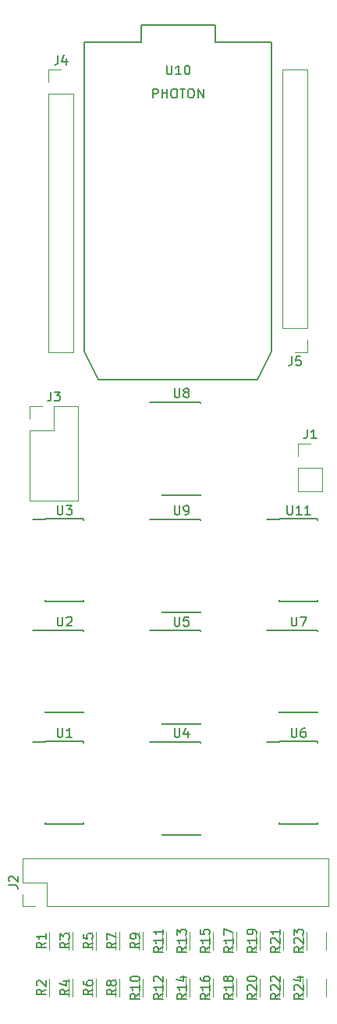
<source format=gto>
G04 #@! TF.FileFunction,Legend,Top*
%FSLAX46Y46*%
G04 Gerber Fmt 4.6, Leading zero omitted, Abs format (unit mm)*
G04 Created by KiCad (PCBNEW 4.0.7) date Mon Mar 26 00:48:08 2018*
%MOMM*%
%LPD*%
G01*
G04 APERTURE LIST*
%ADD10C,0.100000*%
%ADD11C,0.150000*%
%ADD12C,0.120000*%
G04 APERTURE END LIST*
D10*
D11*
X31224400Y-55605600D02*
X31224400Y-55630600D01*
X35374400Y-55605600D02*
X35374400Y-55710600D01*
X35374400Y-65755600D02*
X35374400Y-65650600D01*
X31224400Y-65755600D02*
X31224400Y-65650600D01*
X31224400Y-55605600D02*
X35374400Y-55605600D01*
X31224400Y-65755600D02*
X35374400Y-65755600D01*
X31224400Y-55630600D02*
X29849400Y-55630600D01*
X43924400Y-92425600D02*
X43924400Y-92450600D01*
X48074400Y-92425600D02*
X48074400Y-92540600D01*
X48074400Y-101325600D02*
X48074400Y-101210600D01*
X43924400Y-101325600D02*
X43924400Y-101210600D01*
X43924400Y-92425600D02*
X48074400Y-92425600D01*
X43924400Y-101325600D02*
X48074400Y-101325600D01*
X43924400Y-92450600D02*
X42549400Y-92450600D01*
D12*
X45939400Y-65312600D02*
X48599400Y-65312600D01*
X45939400Y-62712600D02*
X45939400Y-65312600D01*
X48599400Y-62712600D02*
X48599400Y-65312600D01*
X45939400Y-62712600D02*
X48599400Y-62712600D01*
X45939400Y-61442600D02*
X45939400Y-60112600D01*
X45939400Y-60112600D02*
X47269400Y-60112600D01*
X49234400Y-110270600D02*
X49234400Y-105070600D01*
X18694400Y-110270600D02*
X49234400Y-110270600D01*
X16094400Y-105070600D02*
X49234400Y-105070600D01*
X18694400Y-110270600D02*
X18694400Y-107670600D01*
X18694400Y-107670600D02*
X16094400Y-107670600D01*
X16094400Y-107670600D02*
X16094400Y-105070600D01*
X17424400Y-110270600D02*
X16094400Y-110270600D01*
X16094400Y-110270600D02*
X16094400Y-108940600D01*
X16856400Y-66328600D02*
X22056400Y-66328600D01*
X16856400Y-58648600D02*
X16856400Y-66328600D01*
X22056400Y-56048600D02*
X22056400Y-66328600D01*
X16856400Y-58648600D02*
X19456400Y-58648600D01*
X19456400Y-58648600D02*
X19456400Y-56048600D01*
X19456400Y-56048600D02*
X22056400Y-56048600D01*
X16856400Y-57378600D02*
X16856400Y-56048600D01*
X16856400Y-56048600D02*
X18186400Y-56048600D01*
X18888400Y-50199600D02*
X21548400Y-50199600D01*
X18888400Y-22199600D02*
X18888400Y-50199600D01*
X21548400Y-22199600D02*
X21548400Y-50199600D01*
X18888400Y-22199600D02*
X21548400Y-22199600D01*
X18888400Y-20929600D02*
X18888400Y-19599600D01*
X18888400Y-19599600D02*
X20218400Y-19599600D01*
X46948400Y-19599600D02*
X44288400Y-19599600D01*
X46948400Y-47599600D02*
X46948400Y-19599600D01*
X44288400Y-47599600D02*
X44288400Y-19599600D01*
X46948400Y-47599600D02*
X44288400Y-47599600D01*
X46948400Y-48869600D02*
X46948400Y-50199600D01*
X46948400Y-50199600D02*
X45618400Y-50199600D01*
X21034400Y-113020600D02*
X21034400Y-115020600D01*
X18894400Y-115020600D02*
X18894400Y-113020600D01*
X21034400Y-118100600D02*
X21034400Y-120100600D01*
X18894400Y-120100600D02*
X18894400Y-118100600D01*
X23574400Y-113020600D02*
X23574400Y-115020600D01*
X21434400Y-115020600D02*
X21434400Y-113020600D01*
X23574400Y-118100600D02*
X23574400Y-120100600D01*
X21434400Y-120100600D02*
X21434400Y-118100600D01*
X26114400Y-113020600D02*
X26114400Y-115020600D01*
X23974400Y-115020600D02*
X23974400Y-113020600D01*
X26114400Y-118100600D02*
X26114400Y-120100600D01*
X23974400Y-120100600D02*
X23974400Y-118100600D01*
X28654400Y-113020600D02*
X28654400Y-115020600D01*
X26514400Y-115020600D02*
X26514400Y-113020600D01*
X28654400Y-118100600D02*
X28654400Y-120100600D01*
X26514400Y-120100600D02*
X26514400Y-118100600D01*
X31194400Y-113020600D02*
X31194400Y-115020600D01*
X29054400Y-115020600D02*
X29054400Y-113020600D01*
X31194400Y-118100600D02*
X31194400Y-120100600D01*
X29054400Y-120100600D02*
X29054400Y-118100600D01*
X33734400Y-113020600D02*
X33734400Y-115020600D01*
X31594400Y-115020600D02*
X31594400Y-113020600D01*
X33734400Y-118100600D02*
X33734400Y-120100600D01*
X31594400Y-120100600D02*
X31594400Y-118100600D01*
X36274400Y-113020600D02*
X36274400Y-115020600D01*
X34134400Y-115020600D02*
X34134400Y-113020600D01*
X36274400Y-118100600D02*
X36274400Y-120100600D01*
X34134400Y-120100600D02*
X34134400Y-118100600D01*
X38814400Y-113020600D02*
X38814400Y-115020600D01*
X36674400Y-115020600D02*
X36674400Y-113020600D01*
X38814400Y-118100600D02*
X38814400Y-120100600D01*
X36674400Y-120100600D02*
X36674400Y-118100600D01*
X41354400Y-113020600D02*
X41354400Y-115020600D01*
X39214400Y-115020600D02*
X39214400Y-113020600D01*
X41354400Y-118100600D02*
X41354400Y-120100600D01*
X39214400Y-120100600D02*
X39214400Y-118100600D01*
X43894400Y-113020600D02*
X43894400Y-115020600D01*
X41754400Y-115020600D02*
X41754400Y-113020600D01*
X43894400Y-118100600D02*
X43894400Y-120100600D01*
X41754400Y-120100600D02*
X41754400Y-118100600D01*
X46434400Y-113020600D02*
X46434400Y-115020600D01*
X44294400Y-115020600D02*
X44294400Y-113020600D01*
X46434400Y-118100600D02*
X46434400Y-120100600D01*
X44294400Y-120100600D02*
X44294400Y-118100600D01*
X48974400Y-113020600D02*
X48974400Y-115020600D01*
X46834400Y-115020600D02*
X46834400Y-113020600D01*
X48974400Y-118100600D02*
X48974400Y-120100600D01*
X46834400Y-120100600D02*
X46834400Y-118100600D01*
D11*
X18524400Y-92425600D02*
X18524400Y-92450600D01*
X22674400Y-92425600D02*
X22674400Y-92540600D01*
X22674400Y-101325600D02*
X22674400Y-101210600D01*
X18524400Y-101325600D02*
X18524400Y-101210600D01*
X18524400Y-92425600D02*
X22674400Y-92425600D01*
X18524400Y-101325600D02*
X22674400Y-101325600D01*
X18524400Y-92450600D02*
X17149400Y-92450600D01*
X18524400Y-80360600D02*
X18524400Y-80385600D01*
X22674400Y-80360600D02*
X22674400Y-80475600D01*
X22674400Y-89260600D02*
X22674400Y-89145600D01*
X18524400Y-89260600D02*
X18524400Y-89145600D01*
X18524400Y-80360600D02*
X22674400Y-80360600D01*
X18524400Y-89260600D02*
X22674400Y-89260600D01*
X18524400Y-80385600D02*
X17149400Y-80385600D01*
X18524400Y-68295600D02*
X18524400Y-68320600D01*
X22674400Y-68295600D02*
X22674400Y-68410600D01*
X22674400Y-77195600D02*
X22674400Y-77080600D01*
X18524400Y-77195600D02*
X18524400Y-77080600D01*
X18524400Y-68295600D02*
X22674400Y-68295600D01*
X18524400Y-77195600D02*
X22674400Y-77195600D01*
X18524400Y-68320600D02*
X17149400Y-68320600D01*
X31224400Y-92435600D02*
X31224400Y-92460600D01*
X35374400Y-92435600D02*
X35374400Y-92540600D01*
X35374400Y-102585600D02*
X35374400Y-102480600D01*
X31224400Y-102585600D02*
X31224400Y-102480600D01*
X31224400Y-92435600D02*
X35374400Y-92435600D01*
X31224400Y-102585600D02*
X35374400Y-102585600D01*
X31224400Y-92460600D02*
X29849400Y-92460600D01*
X31224400Y-80370600D02*
X31224400Y-80395600D01*
X35374400Y-80370600D02*
X35374400Y-80475600D01*
X35374400Y-90520600D02*
X35374400Y-90415600D01*
X31224400Y-90520600D02*
X31224400Y-90415600D01*
X31224400Y-80370600D02*
X35374400Y-80370600D01*
X31224400Y-90520600D02*
X35374400Y-90520600D01*
X31224400Y-80395600D02*
X29849400Y-80395600D01*
X43924400Y-80360600D02*
X43924400Y-80385600D01*
X48074400Y-80360600D02*
X48074400Y-80475600D01*
X48074400Y-89260600D02*
X48074400Y-89145600D01*
X43924400Y-89260600D02*
X43924400Y-89145600D01*
X43924400Y-80360600D02*
X48074400Y-80360600D01*
X43924400Y-89260600D02*
X48074400Y-89260600D01*
X43924400Y-80385600D02*
X42549400Y-80385600D01*
X31224400Y-68305600D02*
X31224400Y-68330600D01*
X35374400Y-68305600D02*
X35374400Y-68410600D01*
X35374400Y-78455600D02*
X35374400Y-78350600D01*
X31224400Y-78455600D02*
X31224400Y-78350600D01*
X31224400Y-68305600D02*
X35374400Y-68305600D01*
X31224400Y-78455600D02*
X35374400Y-78455600D01*
X31224400Y-68330600D02*
X29849400Y-68330600D01*
X43078400Y-50139600D02*
X41554400Y-53187600D01*
X22758400Y-50139600D02*
X24282400Y-53187600D01*
X24282400Y-53187600D02*
X41554400Y-53187600D01*
X43078400Y-16611600D02*
X43078400Y-50139600D01*
X22758400Y-16611600D02*
X22758400Y-50139600D01*
X36931600Y-16611600D02*
X43078400Y-16611600D01*
X28905200Y-16611600D02*
X22758400Y-16611600D01*
X28905200Y-14706600D02*
X28905200Y-16611600D01*
X36931600Y-14706600D02*
X36931600Y-16611600D01*
X28905200Y-14706600D02*
X36931600Y-14706600D01*
X43924400Y-68295600D02*
X43924400Y-68320600D01*
X48074400Y-68295600D02*
X48074400Y-68410600D01*
X48074400Y-77195600D02*
X48074400Y-77080600D01*
X43924400Y-77195600D02*
X43924400Y-77080600D01*
X43924400Y-68295600D02*
X48074400Y-68295600D01*
X43924400Y-77195600D02*
X48074400Y-77195600D01*
X43924400Y-68320600D02*
X42549400Y-68320600D01*
X32537495Y-54132981D02*
X32537495Y-54942505D01*
X32585114Y-55037743D01*
X32632733Y-55085362D01*
X32727971Y-55132981D01*
X32918448Y-55132981D01*
X33013686Y-55085362D01*
X33061305Y-55037743D01*
X33108924Y-54942505D01*
X33108924Y-54132981D01*
X33727971Y-54561552D02*
X33632733Y-54513933D01*
X33585114Y-54466314D01*
X33537495Y-54371076D01*
X33537495Y-54323457D01*
X33585114Y-54228219D01*
X33632733Y-54180600D01*
X33727971Y-54132981D01*
X33918448Y-54132981D01*
X34013686Y-54180600D01*
X34061305Y-54228219D01*
X34108924Y-54323457D01*
X34108924Y-54371076D01*
X34061305Y-54466314D01*
X34013686Y-54513933D01*
X33918448Y-54561552D01*
X33727971Y-54561552D01*
X33632733Y-54609171D01*
X33585114Y-54656790D01*
X33537495Y-54752029D01*
X33537495Y-54942505D01*
X33585114Y-55037743D01*
X33632733Y-55085362D01*
X33727971Y-55132981D01*
X33918448Y-55132981D01*
X34013686Y-55085362D01*
X34061305Y-55037743D01*
X34108924Y-54942505D01*
X34108924Y-54752029D01*
X34061305Y-54656790D01*
X34013686Y-54609171D01*
X33918448Y-54561552D01*
X45237495Y-90952981D02*
X45237495Y-91762505D01*
X45285114Y-91857743D01*
X45332733Y-91905362D01*
X45427971Y-91952981D01*
X45618448Y-91952981D01*
X45713686Y-91905362D01*
X45761305Y-91857743D01*
X45808924Y-91762505D01*
X45808924Y-90952981D01*
X46713686Y-90952981D02*
X46523209Y-90952981D01*
X46427971Y-91000600D01*
X46380352Y-91048219D01*
X46285114Y-91191076D01*
X46237495Y-91381552D01*
X46237495Y-91762505D01*
X46285114Y-91857743D01*
X46332733Y-91905362D01*
X46427971Y-91952981D01*
X46618448Y-91952981D01*
X46713686Y-91905362D01*
X46761305Y-91857743D01*
X46808924Y-91762505D01*
X46808924Y-91524410D01*
X46761305Y-91429171D01*
X46713686Y-91381552D01*
X46618448Y-91333933D01*
X46427971Y-91333933D01*
X46332733Y-91381552D01*
X46285114Y-91429171D01*
X46237495Y-91524410D01*
X46936067Y-58564981D02*
X46936067Y-59279267D01*
X46888447Y-59422124D01*
X46793209Y-59517362D01*
X46650352Y-59564981D01*
X46555114Y-59564981D01*
X47936067Y-59564981D02*
X47364638Y-59564981D01*
X47650352Y-59564981D02*
X47650352Y-58564981D01*
X47555114Y-58707838D01*
X47459876Y-58803076D01*
X47364638Y-58850695D01*
X14546781Y-108003933D02*
X15261067Y-108003933D01*
X15403924Y-108051553D01*
X15499162Y-108146791D01*
X15546781Y-108289648D01*
X15546781Y-108384886D01*
X14642019Y-107575362D02*
X14594400Y-107527743D01*
X14546781Y-107432505D01*
X14546781Y-107194409D01*
X14594400Y-107099171D01*
X14642019Y-107051552D01*
X14737257Y-107003933D01*
X14832495Y-107003933D01*
X14975352Y-107051552D01*
X15546781Y-107622981D01*
X15546781Y-107003933D01*
X19123067Y-54500981D02*
X19123067Y-55215267D01*
X19075447Y-55358124D01*
X18980209Y-55453362D01*
X18837352Y-55500981D01*
X18742114Y-55500981D01*
X19504019Y-54500981D02*
X20123067Y-54500981D01*
X19789733Y-54881933D01*
X19932591Y-54881933D01*
X20027829Y-54929552D01*
X20075448Y-54977171D01*
X20123067Y-55072410D01*
X20123067Y-55310505D01*
X20075448Y-55405743D01*
X20027829Y-55453362D01*
X19932591Y-55500981D01*
X19646876Y-55500981D01*
X19551638Y-55453362D01*
X19504019Y-55405743D01*
X19885067Y-18051981D02*
X19885067Y-18766267D01*
X19837447Y-18909124D01*
X19742209Y-19004362D01*
X19599352Y-19051981D01*
X19504114Y-19051981D01*
X20789829Y-18385314D02*
X20789829Y-19051981D01*
X20551733Y-18004362D02*
X20313638Y-18718648D01*
X20932686Y-18718648D01*
X45285067Y-50651981D02*
X45285067Y-51366267D01*
X45237447Y-51509124D01*
X45142209Y-51604362D01*
X44999352Y-51651981D01*
X44904114Y-51651981D01*
X46237448Y-50651981D02*
X45761257Y-50651981D01*
X45713638Y-51128171D01*
X45761257Y-51080552D01*
X45856495Y-51032933D01*
X46094591Y-51032933D01*
X46189829Y-51080552D01*
X46237448Y-51128171D01*
X46285067Y-51223410D01*
X46285067Y-51461505D01*
X46237448Y-51556743D01*
X46189829Y-51604362D01*
X46094591Y-51651981D01*
X45856495Y-51651981D01*
X45761257Y-51604362D01*
X45713638Y-51556743D01*
X18566781Y-114187266D02*
X18090590Y-114520600D01*
X18566781Y-114758695D02*
X17566781Y-114758695D01*
X17566781Y-114377742D01*
X17614400Y-114282504D01*
X17662019Y-114234885D01*
X17757257Y-114187266D01*
X17900114Y-114187266D01*
X17995352Y-114234885D01*
X18042971Y-114282504D01*
X18090590Y-114377742D01*
X18090590Y-114758695D01*
X18566781Y-113234885D02*
X18566781Y-113806314D01*
X18566781Y-113520600D02*
X17566781Y-113520600D01*
X17709638Y-113615838D01*
X17804876Y-113711076D01*
X17852495Y-113806314D01*
X18566781Y-119267266D02*
X18090590Y-119600600D01*
X18566781Y-119838695D02*
X17566781Y-119838695D01*
X17566781Y-119457742D01*
X17614400Y-119362504D01*
X17662019Y-119314885D01*
X17757257Y-119267266D01*
X17900114Y-119267266D01*
X17995352Y-119314885D01*
X18042971Y-119362504D01*
X18090590Y-119457742D01*
X18090590Y-119838695D01*
X17662019Y-118886314D02*
X17614400Y-118838695D01*
X17566781Y-118743457D01*
X17566781Y-118505361D01*
X17614400Y-118410123D01*
X17662019Y-118362504D01*
X17757257Y-118314885D01*
X17852495Y-118314885D01*
X17995352Y-118362504D01*
X18566781Y-118933933D01*
X18566781Y-118314885D01*
X21106781Y-114187266D02*
X20630590Y-114520600D01*
X21106781Y-114758695D02*
X20106781Y-114758695D01*
X20106781Y-114377742D01*
X20154400Y-114282504D01*
X20202019Y-114234885D01*
X20297257Y-114187266D01*
X20440114Y-114187266D01*
X20535352Y-114234885D01*
X20582971Y-114282504D01*
X20630590Y-114377742D01*
X20630590Y-114758695D01*
X20106781Y-113853933D02*
X20106781Y-113234885D01*
X20487733Y-113568219D01*
X20487733Y-113425361D01*
X20535352Y-113330123D01*
X20582971Y-113282504D01*
X20678210Y-113234885D01*
X20916305Y-113234885D01*
X21011543Y-113282504D01*
X21059162Y-113330123D01*
X21106781Y-113425361D01*
X21106781Y-113711076D01*
X21059162Y-113806314D01*
X21011543Y-113853933D01*
X21106781Y-119267266D02*
X20630590Y-119600600D01*
X21106781Y-119838695D02*
X20106781Y-119838695D01*
X20106781Y-119457742D01*
X20154400Y-119362504D01*
X20202019Y-119314885D01*
X20297257Y-119267266D01*
X20440114Y-119267266D01*
X20535352Y-119314885D01*
X20582971Y-119362504D01*
X20630590Y-119457742D01*
X20630590Y-119838695D01*
X20440114Y-118410123D02*
X21106781Y-118410123D01*
X20059162Y-118648219D02*
X20773448Y-118886314D01*
X20773448Y-118267266D01*
X23646781Y-114187266D02*
X23170590Y-114520600D01*
X23646781Y-114758695D02*
X22646781Y-114758695D01*
X22646781Y-114377742D01*
X22694400Y-114282504D01*
X22742019Y-114234885D01*
X22837257Y-114187266D01*
X22980114Y-114187266D01*
X23075352Y-114234885D01*
X23122971Y-114282504D01*
X23170590Y-114377742D01*
X23170590Y-114758695D01*
X22646781Y-113282504D02*
X22646781Y-113758695D01*
X23122971Y-113806314D01*
X23075352Y-113758695D01*
X23027733Y-113663457D01*
X23027733Y-113425361D01*
X23075352Y-113330123D01*
X23122971Y-113282504D01*
X23218210Y-113234885D01*
X23456305Y-113234885D01*
X23551543Y-113282504D01*
X23599162Y-113330123D01*
X23646781Y-113425361D01*
X23646781Y-113663457D01*
X23599162Y-113758695D01*
X23551543Y-113806314D01*
X23646781Y-119267266D02*
X23170590Y-119600600D01*
X23646781Y-119838695D02*
X22646781Y-119838695D01*
X22646781Y-119457742D01*
X22694400Y-119362504D01*
X22742019Y-119314885D01*
X22837257Y-119267266D01*
X22980114Y-119267266D01*
X23075352Y-119314885D01*
X23122971Y-119362504D01*
X23170590Y-119457742D01*
X23170590Y-119838695D01*
X22646781Y-118410123D02*
X22646781Y-118600600D01*
X22694400Y-118695838D01*
X22742019Y-118743457D01*
X22884876Y-118838695D01*
X23075352Y-118886314D01*
X23456305Y-118886314D01*
X23551543Y-118838695D01*
X23599162Y-118791076D01*
X23646781Y-118695838D01*
X23646781Y-118505361D01*
X23599162Y-118410123D01*
X23551543Y-118362504D01*
X23456305Y-118314885D01*
X23218210Y-118314885D01*
X23122971Y-118362504D01*
X23075352Y-118410123D01*
X23027733Y-118505361D01*
X23027733Y-118695838D01*
X23075352Y-118791076D01*
X23122971Y-118838695D01*
X23218210Y-118886314D01*
X26186781Y-114187266D02*
X25710590Y-114520600D01*
X26186781Y-114758695D02*
X25186781Y-114758695D01*
X25186781Y-114377742D01*
X25234400Y-114282504D01*
X25282019Y-114234885D01*
X25377257Y-114187266D01*
X25520114Y-114187266D01*
X25615352Y-114234885D01*
X25662971Y-114282504D01*
X25710590Y-114377742D01*
X25710590Y-114758695D01*
X25186781Y-113853933D02*
X25186781Y-113187266D01*
X26186781Y-113615838D01*
X26186781Y-119267266D02*
X25710590Y-119600600D01*
X26186781Y-119838695D02*
X25186781Y-119838695D01*
X25186781Y-119457742D01*
X25234400Y-119362504D01*
X25282019Y-119314885D01*
X25377257Y-119267266D01*
X25520114Y-119267266D01*
X25615352Y-119314885D01*
X25662971Y-119362504D01*
X25710590Y-119457742D01*
X25710590Y-119838695D01*
X25615352Y-118695838D02*
X25567733Y-118791076D01*
X25520114Y-118838695D01*
X25424876Y-118886314D01*
X25377257Y-118886314D01*
X25282019Y-118838695D01*
X25234400Y-118791076D01*
X25186781Y-118695838D01*
X25186781Y-118505361D01*
X25234400Y-118410123D01*
X25282019Y-118362504D01*
X25377257Y-118314885D01*
X25424876Y-118314885D01*
X25520114Y-118362504D01*
X25567733Y-118410123D01*
X25615352Y-118505361D01*
X25615352Y-118695838D01*
X25662971Y-118791076D01*
X25710590Y-118838695D01*
X25805829Y-118886314D01*
X25996305Y-118886314D01*
X26091543Y-118838695D01*
X26139162Y-118791076D01*
X26186781Y-118695838D01*
X26186781Y-118505361D01*
X26139162Y-118410123D01*
X26091543Y-118362504D01*
X25996305Y-118314885D01*
X25805829Y-118314885D01*
X25710590Y-118362504D01*
X25662971Y-118410123D01*
X25615352Y-118505361D01*
X28726781Y-114187266D02*
X28250590Y-114520600D01*
X28726781Y-114758695D02*
X27726781Y-114758695D01*
X27726781Y-114377742D01*
X27774400Y-114282504D01*
X27822019Y-114234885D01*
X27917257Y-114187266D01*
X28060114Y-114187266D01*
X28155352Y-114234885D01*
X28202971Y-114282504D01*
X28250590Y-114377742D01*
X28250590Y-114758695D01*
X28726781Y-113711076D02*
X28726781Y-113520600D01*
X28679162Y-113425361D01*
X28631543Y-113377742D01*
X28488686Y-113282504D01*
X28298210Y-113234885D01*
X27917257Y-113234885D01*
X27822019Y-113282504D01*
X27774400Y-113330123D01*
X27726781Y-113425361D01*
X27726781Y-113615838D01*
X27774400Y-113711076D01*
X27822019Y-113758695D01*
X27917257Y-113806314D01*
X28155352Y-113806314D01*
X28250590Y-113758695D01*
X28298210Y-113711076D01*
X28345829Y-113615838D01*
X28345829Y-113425361D01*
X28298210Y-113330123D01*
X28250590Y-113282504D01*
X28155352Y-113234885D01*
X28726781Y-119743457D02*
X28250590Y-120076791D01*
X28726781Y-120314886D02*
X27726781Y-120314886D01*
X27726781Y-119933933D01*
X27774400Y-119838695D01*
X27822019Y-119791076D01*
X27917257Y-119743457D01*
X28060114Y-119743457D01*
X28155352Y-119791076D01*
X28202971Y-119838695D01*
X28250590Y-119933933D01*
X28250590Y-120314886D01*
X28726781Y-118791076D02*
X28726781Y-119362505D01*
X28726781Y-119076791D02*
X27726781Y-119076791D01*
X27869638Y-119172029D01*
X27964876Y-119267267D01*
X28012495Y-119362505D01*
X27726781Y-118172029D02*
X27726781Y-118076790D01*
X27774400Y-117981552D01*
X27822019Y-117933933D01*
X27917257Y-117886314D01*
X28107733Y-117838695D01*
X28345829Y-117838695D01*
X28536305Y-117886314D01*
X28631543Y-117933933D01*
X28679162Y-117981552D01*
X28726781Y-118076790D01*
X28726781Y-118172029D01*
X28679162Y-118267267D01*
X28631543Y-118314886D01*
X28536305Y-118362505D01*
X28345829Y-118410124D01*
X28107733Y-118410124D01*
X27917257Y-118362505D01*
X27822019Y-118314886D01*
X27774400Y-118267267D01*
X27726781Y-118172029D01*
X31266781Y-114663457D02*
X30790590Y-114996791D01*
X31266781Y-115234886D02*
X30266781Y-115234886D01*
X30266781Y-114853933D01*
X30314400Y-114758695D01*
X30362019Y-114711076D01*
X30457257Y-114663457D01*
X30600114Y-114663457D01*
X30695352Y-114711076D01*
X30742971Y-114758695D01*
X30790590Y-114853933D01*
X30790590Y-115234886D01*
X31266781Y-113711076D02*
X31266781Y-114282505D01*
X31266781Y-113996791D02*
X30266781Y-113996791D01*
X30409638Y-114092029D01*
X30504876Y-114187267D01*
X30552495Y-114282505D01*
X31266781Y-112758695D02*
X31266781Y-113330124D01*
X31266781Y-113044410D02*
X30266781Y-113044410D01*
X30409638Y-113139648D01*
X30504876Y-113234886D01*
X30552495Y-113330124D01*
X31266781Y-119743457D02*
X30790590Y-120076791D01*
X31266781Y-120314886D02*
X30266781Y-120314886D01*
X30266781Y-119933933D01*
X30314400Y-119838695D01*
X30362019Y-119791076D01*
X30457257Y-119743457D01*
X30600114Y-119743457D01*
X30695352Y-119791076D01*
X30742971Y-119838695D01*
X30790590Y-119933933D01*
X30790590Y-120314886D01*
X31266781Y-118791076D02*
X31266781Y-119362505D01*
X31266781Y-119076791D02*
X30266781Y-119076791D01*
X30409638Y-119172029D01*
X30504876Y-119267267D01*
X30552495Y-119362505D01*
X30362019Y-118410124D02*
X30314400Y-118362505D01*
X30266781Y-118267267D01*
X30266781Y-118029171D01*
X30314400Y-117933933D01*
X30362019Y-117886314D01*
X30457257Y-117838695D01*
X30552495Y-117838695D01*
X30695352Y-117886314D01*
X31266781Y-118457743D01*
X31266781Y-117838695D01*
X33806781Y-114663457D02*
X33330590Y-114996791D01*
X33806781Y-115234886D02*
X32806781Y-115234886D01*
X32806781Y-114853933D01*
X32854400Y-114758695D01*
X32902019Y-114711076D01*
X32997257Y-114663457D01*
X33140114Y-114663457D01*
X33235352Y-114711076D01*
X33282971Y-114758695D01*
X33330590Y-114853933D01*
X33330590Y-115234886D01*
X33806781Y-113711076D02*
X33806781Y-114282505D01*
X33806781Y-113996791D02*
X32806781Y-113996791D01*
X32949638Y-114092029D01*
X33044876Y-114187267D01*
X33092495Y-114282505D01*
X32806781Y-113377743D02*
X32806781Y-112758695D01*
X33187733Y-113092029D01*
X33187733Y-112949171D01*
X33235352Y-112853933D01*
X33282971Y-112806314D01*
X33378210Y-112758695D01*
X33616305Y-112758695D01*
X33711543Y-112806314D01*
X33759162Y-112853933D01*
X33806781Y-112949171D01*
X33806781Y-113234886D01*
X33759162Y-113330124D01*
X33711543Y-113377743D01*
X33806781Y-119743457D02*
X33330590Y-120076791D01*
X33806781Y-120314886D02*
X32806781Y-120314886D01*
X32806781Y-119933933D01*
X32854400Y-119838695D01*
X32902019Y-119791076D01*
X32997257Y-119743457D01*
X33140114Y-119743457D01*
X33235352Y-119791076D01*
X33282971Y-119838695D01*
X33330590Y-119933933D01*
X33330590Y-120314886D01*
X33806781Y-118791076D02*
X33806781Y-119362505D01*
X33806781Y-119076791D02*
X32806781Y-119076791D01*
X32949638Y-119172029D01*
X33044876Y-119267267D01*
X33092495Y-119362505D01*
X33140114Y-117933933D02*
X33806781Y-117933933D01*
X32759162Y-118172029D02*
X33473448Y-118410124D01*
X33473448Y-117791076D01*
X36346781Y-114663457D02*
X35870590Y-114996791D01*
X36346781Y-115234886D02*
X35346781Y-115234886D01*
X35346781Y-114853933D01*
X35394400Y-114758695D01*
X35442019Y-114711076D01*
X35537257Y-114663457D01*
X35680114Y-114663457D01*
X35775352Y-114711076D01*
X35822971Y-114758695D01*
X35870590Y-114853933D01*
X35870590Y-115234886D01*
X36346781Y-113711076D02*
X36346781Y-114282505D01*
X36346781Y-113996791D02*
X35346781Y-113996791D01*
X35489638Y-114092029D01*
X35584876Y-114187267D01*
X35632495Y-114282505D01*
X35346781Y-112806314D02*
X35346781Y-113282505D01*
X35822971Y-113330124D01*
X35775352Y-113282505D01*
X35727733Y-113187267D01*
X35727733Y-112949171D01*
X35775352Y-112853933D01*
X35822971Y-112806314D01*
X35918210Y-112758695D01*
X36156305Y-112758695D01*
X36251543Y-112806314D01*
X36299162Y-112853933D01*
X36346781Y-112949171D01*
X36346781Y-113187267D01*
X36299162Y-113282505D01*
X36251543Y-113330124D01*
X36346781Y-119743457D02*
X35870590Y-120076791D01*
X36346781Y-120314886D02*
X35346781Y-120314886D01*
X35346781Y-119933933D01*
X35394400Y-119838695D01*
X35442019Y-119791076D01*
X35537257Y-119743457D01*
X35680114Y-119743457D01*
X35775352Y-119791076D01*
X35822971Y-119838695D01*
X35870590Y-119933933D01*
X35870590Y-120314886D01*
X36346781Y-118791076D02*
X36346781Y-119362505D01*
X36346781Y-119076791D02*
X35346781Y-119076791D01*
X35489638Y-119172029D01*
X35584876Y-119267267D01*
X35632495Y-119362505D01*
X35346781Y-117933933D02*
X35346781Y-118124410D01*
X35394400Y-118219648D01*
X35442019Y-118267267D01*
X35584876Y-118362505D01*
X35775352Y-118410124D01*
X36156305Y-118410124D01*
X36251543Y-118362505D01*
X36299162Y-118314886D01*
X36346781Y-118219648D01*
X36346781Y-118029171D01*
X36299162Y-117933933D01*
X36251543Y-117886314D01*
X36156305Y-117838695D01*
X35918210Y-117838695D01*
X35822971Y-117886314D01*
X35775352Y-117933933D01*
X35727733Y-118029171D01*
X35727733Y-118219648D01*
X35775352Y-118314886D01*
X35822971Y-118362505D01*
X35918210Y-118410124D01*
X38886781Y-114663457D02*
X38410590Y-114996791D01*
X38886781Y-115234886D02*
X37886781Y-115234886D01*
X37886781Y-114853933D01*
X37934400Y-114758695D01*
X37982019Y-114711076D01*
X38077257Y-114663457D01*
X38220114Y-114663457D01*
X38315352Y-114711076D01*
X38362971Y-114758695D01*
X38410590Y-114853933D01*
X38410590Y-115234886D01*
X38886781Y-113711076D02*
X38886781Y-114282505D01*
X38886781Y-113996791D02*
X37886781Y-113996791D01*
X38029638Y-114092029D01*
X38124876Y-114187267D01*
X38172495Y-114282505D01*
X37886781Y-113377743D02*
X37886781Y-112711076D01*
X38886781Y-113139648D01*
X38886781Y-119743457D02*
X38410590Y-120076791D01*
X38886781Y-120314886D02*
X37886781Y-120314886D01*
X37886781Y-119933933D01*
X37934400Y-119838695D01*
X37982019Y-119791076D01*
X38077257Y-119743457D01*
X38220114Y-119743457D01*
X38315352Y-119791076D01*
X38362971Y-119838695D01*
X38410590Y-119933933D01*
X38410590Y-120314886D01*
X38886781Y-118791076D02*
X38886781Y-119362505D01*
X38886781Y-119076791D02*
X37886781Y-119076791D01*
X38029638Y-119172029D01*
X38124876Y-119267267D01*
X38172495Y-119362505D01*
X38315352Y-118219648D02*
X38267733Y-118314886D01*
X38220114Y-118362505D01*
X38124876Y-118410124D01*
X38077257Y-118410124D01*
X37982019Y-118362505D01*
X37934400Y-118314886D01*
X37886781Y-118219648D01*
X37886781Y-118029171D01*
X37934400Y-117933933D01*
X37982019Y-117886314D01*
X38077257Y-117838695D01*
X38124876Y-117838695D01*
X38220114Y-117886314D01*
X38267733Y-117933933D01*
X38315352Y-118029171D01*
X38315352Y-118219648D01*
X38362971Y-118314886D01*
X38410590Y-118362505D01*
X38505829Y-118410124D01*
X38696305Y-118410124D01*
X38791543Y-118362505D01*
X38839162Y-118314886D01*
X38886781Y-118219648D01*
X38886781Y-118029171D01*
X38839162Y-117933933D01*
X38791543Y-117886314D01*
X38696305Y-117838695D01*
X38505829Y-117838695D01*
X38410590Y-117886314D01*
X38362971Y-117933933D01*
X38315352Y-118029171D01*
X41426781Y-114663457D02*
X40950590Y-114996791D01*
X41426781Y-115234886D02*
X40426781Y-115234886D01*
X40426781Y-114853933D01*
X40474400Y-114758695D01*
X40522019Y-114711076D01*
X40617257Y-114663457D01*
X40760114Y-114663457D01*
X40855352Y-114711076D01*
X40902971Y-114758695D01*
X40950590Y-114853933D01*
X40950590Y-115234886D01*
X41426781Y-113711076D02*
X41426781Y-114282505D01*
X41426781Y-113996791D02*
X40426781Y-113996791D01*
X40569638Y-114092029D01*
X40664876Y-114187267D01*
X40712495Y-114282505D01*
X41426781Y-113234886D02*
X41426781Y-113044410D01*
X41379162Y-112949171D01*
X41331543Y-112901552D01*
X41188686Y-112806314D01*
X40998210Y-112758695D01*
X40617257Y-112758695D01*
X40522019Y-112806314D01*
X40474400Y-112853933D01*
X40426781Y-112949171D01*
X40426781Y-113139648D01*
X40474400Y-113234886D01*
X40522019Y-113282505D01*
X40617257Y-113330124D01*
X40855352Y-113330124D01*
X40950590Y-113282505D01*
X40998210Y-113234886D01*
X41045829Y-113139648D01*
X41045829Y-112949171D01*
X40998210Y-112853933D01*
X40950590Y-112806314D01*
X40855352Y-112758695D01*
X41426781Y-119743457D02*
X40950590Y-120076791D01*
X41426781Y-120314886D02*
X40426781Y-120314886D01*
X40426781Y-119933933D01*
X40474400Y-119838695D01*
X40522019Y-119791076D01*
X40617257Y-119743457D01*
X40760114Y-119743457D01*
X40855352Y-119791076D01*
X40902971Y-119838695D01*
X40950590Y-119933933D01*
X40950590Y-120314886D01*
X40522019Y-119362505D02*
X40474400Y-119314886D01*
X40426781Y-119219648D01*
X40426781Y-118981552D01*
X40474400Y-118886314D01*
X40522019Y-118838695D01*
X40617257Y-118791076D01*
X40712495Y-118791076D01*
X40855352Y-118838695D01*
X41426781Y-119410124D01*
X41426781Y-118791076D01*
X40426781Y-118172029D02*
X40426781Y-118076790D01*
X40474400Y-117981552D01*
X40522019Y-117933933D01*
X40617257Y-117886314D01*
X40807733Y-117838695D01*
X41045829Y-117838695D01*
X41236305Y-117886314D01*
X41331543Y-117933933D01*
X41379162Y-117981552D01*
X41426781Y-118076790D01*
X41426781Y-118172029D01*
X41379162Y-118267267D01*
X41331543Y-118314886D01*
X41236305Y-118362505D01*
X41045829Y-118410124D01*
X40807733Y-118410124D01*
X40617257Y-118362505D01*
X40522019Y-118314886D01*
X40474400Y-118267267D01*
X40426781Y-118172029D01*
X43966781Y-114663457D02*
X43490590Y-114996791D01*
X43966781Y-115234886D02*
X42966781Y-115234886D01*
X42966781Y-114853933D01*
X43014400Y-114758695D01*
X43062019Y-114711076D01*
X43157257Y-114663457D01*
X43300114Y-114663457D01*
X43395352Y-114711076D01*
X43442971Y-114758695D01*
X43490590Y-114853933D01*
X43490590Y-115234886D01*
X43062019Y-114282505D02*
X43014400Y-114234886D01*
X42966781Y-114139648D01*
X42966781Y-113901552D01*
X43014400Y-113806314D01*
X43062019Y-113758695D01*
X43157257Y-113711076D01*
X43252495Y-113711076D01*
X43395352Y-113758695D01*
X43966781Y-114330124D01*
X43966781Y-113711076D01*
X43966781Y-112758695D02*
X43966781Y-113330124D01*
X43966781Y-113044410D02*
X42966781Y-113044410D01*
X43109638Y-113139648D01*
X43204876Y-113234886D01*
X43252495Y-113330124D01*
X43966781Y-119743457D02*
X43490590Y-120076791D01*
X43966781Y-120314886D02*
X42966781Y-120314886D01*
X42966781Y-119933933D01*
X43014400Y-119838695D01*
X43062019Y-119791076D01*
X43157257Y-119743457D01*
X43300114Y-119743457D01*
X43395352Y-119791076D01*
X43442971Y-119838695D01*
X43490590Y-119933933D01*
X43490590Y-120314886D01*
X43062019Y-119362505D02*
X43014400Y-119314886D01*
X42966781Y-119219648D01*
X42966781Y-118981552D01*
X43014400Y-118886314D01*
X43062019Y-118838695D01*
X43157257Y-118791076D01*
X43252495Y-118791076D01*
X43395352Y-118838695D01*
X43966781Y-119410124D01*
X43966781Y-118791076D01*
X43062019Y-118410124D02*
X43014400Y-118362505D01*
X42966781Y-118267267D01*
X42966781Y-118029171D01*
X43014400Y-117933933D01*
X43062019Y-117886314D01*
X43157257Y-117838695D01*
X43252495Y-117838695D01*
X43395352Y-117886314D01*
X43966781Y-118457743D01*
X43966781Y-117838695D01*
X46506781Y-114663457D02*
X46030590Y-114996791D01*
X46506781Y-115234886D02*
X45506781Y-115234886D01*
X45506781Y-114853933D01*
X45554400Y-114758695D01*
X45602019Y-114711076D01*
X45697257Y-114663457D01*
X45840114Y-114663457D01*
X45935352Y-114711076D01*
X45982971Y-114758695D01*
X46030590Y-114853933D01*
X46030590Y-115234886D01*
X45602019Y-114282505D02*
X45554400Y-114234886D01*
X45506781Y-114139648D01*
X45506781Y-113901552D01*
X45554400Y-113806314D01*
X45602019Y-113758695D01*
X45697257Y-113711076D01*
X45792495Y-113711076D01*
X45935352Y-113758695D01*
X46506781Y-114330124D01*
X46506781Y-113711076D01*
X45506781Y-113377743D02*
X45506781Y-112758695D01*
X45887733Y-113092029D01*
X45887733Y-112949171D01*
X45935352Y-112853933D01*
X45982971Y-112806314D01*
X46078210Y-112758695D01*
X46316305Y-112758695D01*
X46411543Y-112806314D01*
X46459162Y-112853933D01*
X46506781Y-112949171D01*
X46506781Y-113234886D01*
X46459162Y-113330124D01*
X46411543Y-113377743D01*
X46506781Y-119743457D02*
X46030590Y-120076791D01*
X46506781Y-120314886D02*
X45506781Y-120314886D01*
X45506781Y-119933933D01*
X45554400Y-119838695D01*
X45602019Y-119791076D01*
X45697257Y-119743457D01*
X45840114Y-119743457D01*
X45935352Y-119791076D01*
X45982971Y-119838695D01*
X46030590Y-119933933D01*
X46030590Y-120314886D01*
X45602019Y-119362505D02*
X45554400Y-119314886D01*
X45506781Y-119219648D01*
X45506781Y-118981552D01*
X45554400Y-118886314D01*
X45602019Y-118838695D01*
X45697257Y-118791076D01*
X45792495Y-118791076D01*
X45935352Y-118838695D01*
X46506781Y-119410124D01*
X46506781Y-118791076D01*
X45840114Y-117933933D02*
X46506781Y-117933933D01*
X45459162Y-118172029D02*
X46173448Y-118410124D01*
X46173448Y-117791076D01*
X19837495Y-90952981D02*
X19837495Y-91762505D01*
X19885114Y-91857743D01*
X19932733Y-91905362D01*
X20027971Y-91952981D01*
X20218448Y-91952981D01*
X20313686Y-91905362D01*
X20361305Y-91857743D01*
X20408924Y-91762505D01*
X20408924Y-90952981D01*
X21408924Y-91952981D02*
X20837495Y-91952981D01*
X21123209Y-91952981D02*
X21123209Y-90952981D01*
X21027971Y-91095838D01*
X20932733Y-91191076D01*
X20837495Y-91238695D01*
X19837495Y-78887981D02*
X19837495Y-79697505D01*
X19885114Y-79792743D01*
X19932733Y-79840362D01*
X20027971Y-79887981D01*
X20218448Y-79887981D01*
X20313686Y-79840362D01*
X20361305Y-79792743D01*
X20408924Y-79697505D01*
X20408924Y-78887981D01*
X20837495Y-78983219D02*
X20885114Y-78935600D01*
X20980352Y-78887981D01*
X21218448Y-78887981D01*
X21313686Y-78935600D01*
X21361305Y-78983219D01*
X21408924Y-79078457D01*
X21408924Y-79173695D01*
X21361305Y-79316552D01*
X20789876Y-79887981D01*
X21408924Y-79887981D01*
X19837495Y-66822981D02*
X19837495Y-67632505D01*
X19885114Y-67727743D01*
X19932733Y-67775362D01*
X20027971Y-67822981D01*
X20218448Y-67822981D01*
X20313686Y-67775362D01*
X20361305Y-67727743D01*
X20408924Y-67632505D01*
X20408924Y-66822981D01*
X20789876Y-66822981D02*
X21408924Y-66822981D01*
X21075590Y-67203933D01*
X21218448Y-67203933D01*
X21313686Y-67251552D01*
X21361305Y-67299171D01*
X21408924Y-67394410D01*
X21408924Y-67632505D01*
X21361305Y-67727743D01*
X21313686Y-67775362D01*
X21218448Y-67822981D01*
X20932733Y-67822981D01*
X20837495Y-67775362D01*
X20789876Y-67727743D01*
X32537495Y-90962981D02*
X32537495Y-91772505D01*
X32585114Y-91867743D01*
X32632733Y-91915362D01*
X32727971Y-91962981D01*
X32918448Y-91962981D01*
X33013686Y-91915362D01*
X33061305Y-91867743D01*
X33108924Y-91772505D01*
X33108924Y-90962981D01*
X34013686Y-91296314D02*
X34013686Y-91962981D01*
X33775590Y-90915362D02*
X33537495Y-91629648D01*
X34156543Y-91629648D01*
X32537495Y-78897981D02*
X32537495Y-79707505D01*
X32585114Y-79802743D01*
X32632733Y-79850362D01*
X32727971Y-79897981D01*
X32918448Y-79897981D01*
X33013686Y-79850362D01*
X33061305Y-79802743D01*
X33108924Y-79707505D01*
X33108924Y-78897981D01*
X34061305Y-78897981D02*
X33585114Y-78897981D01*
X33537495Y-79374171D01*
X33585114Y-79326552D01*
X33680352Y-79278933D01*
X33918448Y-79278933D01*
X34013686Y-79326552D01*
X34061305Y-79374171D01*
X34108924Y-79469410D01*
X34108924Y-79707505D01*
X34061305Y-79802743D01*
X34013686Y-79850362D01*
X33918448Y-79897981D01*
X33680352Y-79897981D01*
X33585114Y-79850362D01*
X33537495Y-79802743D01*
X45237495Y-78887981D02*
X45237495Y-79697505D01*
X45285114Y-79792743D01*
X45332733Y-79840362D01*
X45427971Y-79887981D01*
X45618448Y-79887981D01*
X45713686Y-79840362D01*
X45761305Y-79792743D01*
X45808924Y-79697505D01*
X45808924Y-78887981D01*
X46189876Y-78887981D02*
X46856543Y-78887981D01*
X46427971Y-79887981D01*
X32537495Y-66832981D02*
X32537495Y-67642505D01*
X32585114Y-67737743D01*
X32632733Y-67785362D01*
X32727971Y-67832981D01*
X32918448Y-67832981D01*
X33013686Y-67785362D01*
X33061305Y-67737743D01*
X33108924Y-67642505D01*
X33108924Y-66832981D01*
X33632733Y-67832981D02*
X33823209Y-67832981D01*
X33918448Y-67785362D01*
X33966067Y-67737743D01*
X34061305Y-67594886D01*
X34108924Y-67404410D01*
X34108924Y-67023457D01*
X34061305Y-66928219D01*
X34013686Y-66880600D01*
X33918448Y-66832981D01*
X33727971Y-66832981D01*
X33632733Y-66880600D01*
X33585114Y-66928219D01*
X33537495Y-67023457D01*
X33537495Y-67261552D01*
X33585114Y-67356790D01*
X33632733Y-67404410D01*
X33727971Y-67452029D01*
X33918448Y-67452029D01*
X34013686Y-67404410D01*
X34061305Y-67356790D01*
X34108924Y-67261552D01*
X31680305Y-19111981D02*
X31680305Y-19921505D01*
X31727924Y-20016743D01*
X31775543Y-20064362D01*
X31870781Y-20111981D01*
X32061258Y-20111981D01*
X32156496Y-20064362D01*
X32204115Y-20016743D01*
X32251734Y-19921505D01*
X32251734Y-19111981D01*
X33251734Y-20111981D02*
X32680305Y-20111981D01*
X32966019Y-20111981D02*
X32966019Y-19111981D01*
X32870781Y-19254838D01*
X32775543Y-19350076D01*
X32680305Y-19397695D01*
X33870781Y-19111981D02*
X33966020Y-19111981D01*
X34061258Y-19159600D01*
X34108877Y-19207219D01*
X34156496Y-19302457D01*
X34204115Y-19492933D01*
X34204115Y-19731029D01*
X34156496Y-19921505D01*
X34108877Y-20016743D01*
X34061258Y-20064362D01*
X33966020Y-20111981D01*
X33870781Y-20111981D01*
X33775543Y-20064362D01*
X33727924Y-20016743D01*
X33680305Y-19921505D01*
X33632686Y-19731029D01*
X33632686Y-19492933D01*
X33680305Y-19302457D01*
X33727924Y-19207219D01*
X33775543Y-19159600D01*
X33870781Y-19111981D01*
X30180305Y-22651981D02*
X30180305Y-21651981D01*
X30561258Y-21651981D01*
X30656496Y-21699600D01*
X30704115Y-21747219D01*
X30751734Y-21842457D01*
X30751734Y-21985314D01*
X30704115Y-22080552D01*
X30656496Y-22128171D01*
X30561258Y-22175790D01*
X30180305Y-22175790D01*
X31180305Y-22651981D02*
X31180305Y-21651981D01*
X31180305Y-22128171D02*
X31751734Y-22128171D01*
X31751734Y-22651981D02*
X31751734Y-21651981D01*
X32418400Y-21651981D02*
X32608877Y-21651981D01*
X32704115Y-21699600D01*
X32799353Y-21794838D01*
X32846972Y-21985314D01*
X32846972Y-22318648D01*
X32799353Y-22509124D01*
X32704115Y-22604362D01*
X32608877Y-22651981D01*
X32418400Y-22651981D01*
X32323162Y-22604362D01*
X32227924Y-22509124D01*
X32180305Y-22318648D01*
X32180305Y-21985314D01*
X32227924Y-21794838D01*
X32323162Y-21699600D01*
X32418400Y-21651981D01*
X33132686Y-21651981D02*
X33704115Y-21651981D01*
X33418400Y-22651981D02*
X33418400Y-21651981D01*
X34227924Y-21651981D02*
X34418401Y-21651981D01*
X34513639Y-21699600D01*
X34608877Y-21794838D01*
X34656496Y-21985314D01*
X34656496Y-22318648D01*
X34608877Y-22509124D01*
X34513639Y-22604362D01*
X34418401Y-22651981D01*
X34227924Y-22651981D01*
X34132686Y-22604362D01*
X34037448Y-22509124D01*
X33989829Y-22318648D01*
X33989829Y-21985314D01*
X34037448Y-21794838D01*
X34132686Y-21699600D01*
X34227924Y-21651981D01*
X35085067Y-22651981D02*
X35085067Y-21651981D01*
X35656496Y-22651981D01*
X35656496Y-21651981D01*
X44761305Y-66822981D02*
X44761305Y-67632505D01*
X44808924Y-67727743D01*
X44856543Y-67775362D01*
X44951781Y-67822981D01*
X45142258Y-67822981D01*
X45237496Y-67775362D01*
X45285115Y-67727743D01*
X45332734Y-67632505D01*
X45332734Y-66822981D01*
X46332734Y-67822981D02*
X45761305Y-67822981D01*
X46047019Y-67822981D02*
X46047019Y-66822981D01*
X45951781Y-66965838D01*
X45856543Y-67061076D01*
X45761305Y-67108695D01*
X47285115Y-67822981D02*
X46713686Y-67822981D01*
X46999400Y-67822981D02*
X46999400Y-66822981D01*
X46904162Y-66965838D01*
X46808924Y-67061076D01*
X46713686Y-67108695D01*
M02*

</source>
